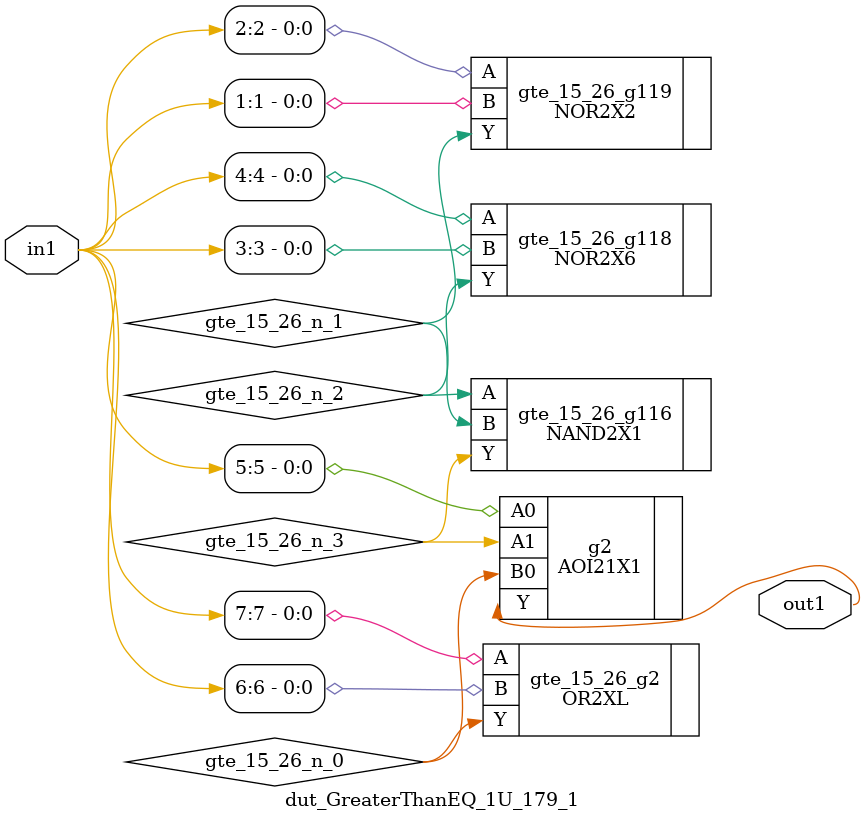
<source format=v>
`timescale 1ps / 1ps


module dut_GreaterThanEQ_1U_179_1(in1, out1);
  input [7:0] in1;
  output out1;
  wire [7:0] in1;
  wire out1;
  wire gte_15_26_n_0, gte_15_26_n_1, gte_15_26_n_2, gte_15_26_n_3;
  NAND2X1 gte_15_26_g116(.A (gte_15_26_n_2), .B (gte_15_26_n_1), .Y
       (gte_15_26_n_3));
  NOR2X6 gte_15_26_g118(.A (in1[4]), .B (in1[3]), .Y (gte_15_26_n_2));
  NOR2X2 gte_15_26_g119(.A (in1[2]), .B (in1[1]), .Y (gte_15_26_n_1));
  OR2XL gte_15_26_g2(.A (in1[7]), .B (in1[6]), .Y (gte_15_26_n_0));
  AOI21X1 g2(.A0 (in1[5]), .A1 (gte_15_26_n_3), .B0 (gte_15_26_n_0), .Y
       (out1));
endmodule



</source>
